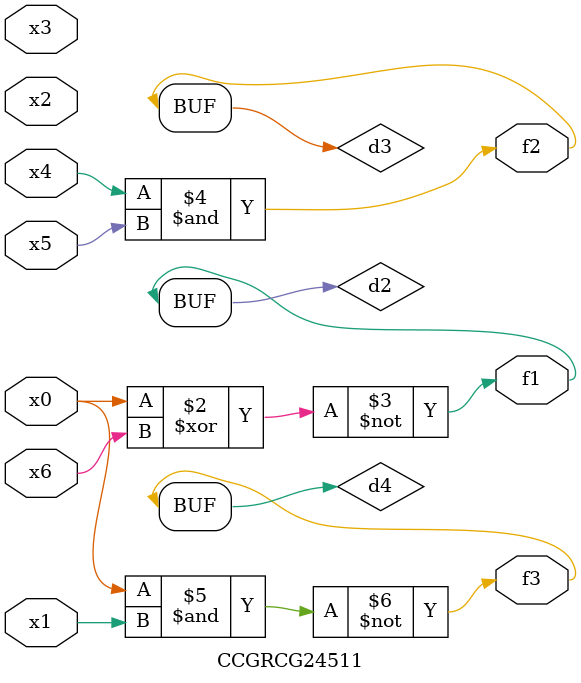
<source format=v>
module CCGRCG24511(
	input x0, x1, x2, x3, x4, x5, x6,
	output f1, f2, f3
);

	wire d1, d2, d3, d4;

	nor (d1, x0);
	xnor (d2, x0, x6);
	and (d3, x4, x5);
	nand (d4, x0, x1);
	assign f1 = d2;
	assign f2 = d3;
	assign f3 = d4;
endmodule

</source>
